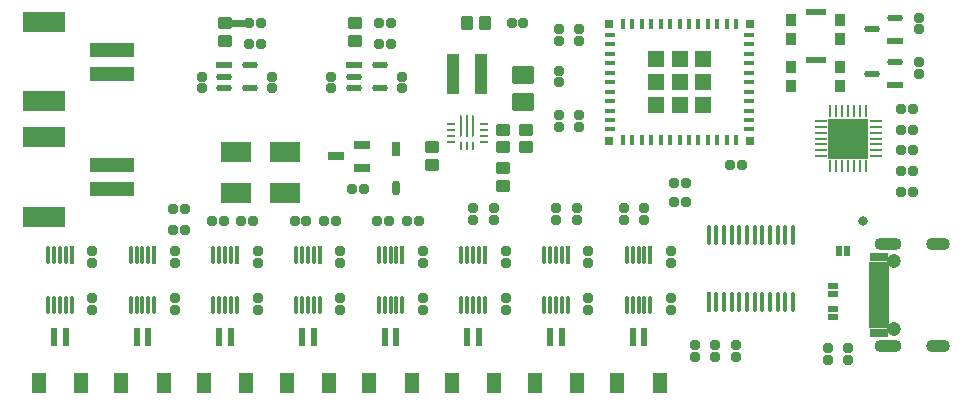
<source format=gts>
G04*
G04 #@! TF.GenerationSoftware,Altium Limited,Altium Designer,25.5.2 (35)*
G04*
G04 Layer_Color=8388736*
%FSLAX44Y44*%
%MOMM*%
G71*
G04*
G04 #@! TF.SameCoordinates,E2347265-D20F-491F-8A9E-089D316F0C9A*
G04*
G04*
G04 #@! TF.FilePolarity,Negative*
G04*
G01*
G75*
%ADD23R,1.4478X1.4478*%
%ADD24R,0.7112X0.7112*%
%ADD25R,0.4064X0.8128*%
%ADD26R,0.8128X0.4064*%
G04:AMPARAMS|DCode=27|XSize=0.2425mm|YSize=1.0311mm|CornerRadius=0.1212mm|HoleSize=0mm|Usage=FLASHONLY|Rotation=90.000|XOffset=0mm|YOffset=0mm|HoleType=Round|Shape=RoundedRectangle|*
%AMROUNDEDRECTD27*
21,1,0.2425,0.7886,0,0,90.0*
21,1,0.0000,1.0311,0,0,90.0*
1,1,0.2425,0.3943,0.0000*
1,1,0.2425,0.3943,0.0000*
1,1,0.2425,-0.3943,0.0000*
1,1,0.2425,-0.3943,0.0000*
%
%ADD27ROUNDEDRECTD27*%
G04:AMPARAMS|DCode=28|XSize=1.0311mm|YSize=0.2425mm|CornerRadius=0.1212mm|HoleSize=0mm|Usage=FLASHONLY|Rotation=90.000|XOffset=0mm|YOffset=0mm|HoleType=Round|Shape=RoundedRectangle|*
%AMROUNDEDRECTD28*
21,1,1.0311,0.0000,0,0,90.0*
21,1,0.7886,0.2425,0,0,90.0*
1,1,0.2425,0.0000,0.3943*
1,1,0.2425,0.0000,-0.3943*
1,1,0.2425,0.0000,-0.3943*
1,1,0.2425,0.0000,0.3943*
%
%ADD28ROUNDEDRECTD28*%
%ADD29R,0.2425X1.0311*%
%ADD32R,0.6000X1.5500*%
%ADD33R,1.2000X1.8000*%
%ADD34R,0.9800X3.4000*%
%ADD35R,1.3383X0.5780*%
G04:AMPARAMS|DCode=36|XSize=1.3383mm|YSize=0.578mm|CornerRadius=0.289mm|HoleSize=0mm|Usage=FLASHONLY|Rotation=0.000|XOffset=0mm|YOffset=0mm|HoleType=Round|Shape=RoundedRectangle|*
%AMROUNDEDRECTD36*
21,1,1.3383,0.0000,0,0,0.0*
21,1,0.7603,0.5780,0,0,0.0*
1,1,0.5780,0.3802,0.0000*
1,1,0.5780,-0.3802,0.0000*
1,1,0.5780,-0.3802,0.0000*
1,1,0.5780,0.3802,0.0000*
%
%ADD36ROUNDEDRECTD36*%
G04:AMPARAMS|DCode=37|XSize=1.3571mm|YSize=0.5721mm|CornerRadius=0.2861mm|HoleSize=0mm|Usage=FLASHONLY|Rotation=180.000|XOffset=0mm|YOffset=0mm|HoleType=Round|Shape=RoundedRectangle|*
%AMROUNDEDRECTD37*
21,1,1.3571,0.0000,0,0,180.0*
21,1,0.7850,0.5721,0,0,180.0*
1,1,0.5721,-0.3925,0.0000*
1,1,0.5721,0.3925,0.0000*
1,1,0.5721,0.3925,0.0000*
1,1,0.5721,-0.3925,0.0000*
%
%ADD37ROUNDEDRECTD37*%
%ADD38R,1.3571X0.5721*%
%ADD39R,0.9000X1.0000*%
%ADD40R,1.7000X0.5500*%
%ADD41R,0.3500X1.5565*%
G04:AMPARAMS|DCode=42|XSize=1.5565mm|YSize=0.35mm|CornerRadius=0.175mm|HoleSize=0mm|Usage=FLASHONLY|Rotation=270.000|XOffset=0mm|YOffset=0mm|HoleType=Round|Shape=RoundedRectangle|*
%AMROUNDEDRECTD42*
21,1,1.5565,0.0000,0,0,270.0*
21,1,1.2065,0.3500,0,0,270.0*
1,1,0.3500,0.0000,-0.6033*
1,1,0.3500,0.0000,0.6033*
1,1,0.3500,0.0000,0.6033*
1,1,0.3500,0.0000,-0.6033*
%
%ADD42ROUNDEDRECTD42*%
%ADD44R,0.3808X1.6554*%
G04:AMPARAMS|DCode=45|XSize=1.6554mm|YSize=0.3808mm|CornerRadius=0.1904mm|HoleSize=0mm|Usage=FLASHONLY|Rotation=90.000|XOffset=0mm|YOffset=0mm|HoleType=Round|Shape=RoundedRectangle|*
%AMROUNDEDRECTD45*
21,1,1.6554,0.0000,0,0,90.0*
21,1,1.2747,0.3808,0,0,90.0*
1,1,0.3808,0.0000,0.6373*
1,1,0.3808,0.0000,-0.6373*
1,1,0.3808,0.0000,-0.6373*
1,1,0.3808,0.0000,0.6373*
%
%ADD45ROUNDEDRECTD45*%
%ADD46R,0.7025X1.2575*%
G04:AMPARAMS|DCode=47|XSize=1.2575mm|YSize=0.7025mm|CornerRadius=0.3512mm|HoleSize=0mm|Usage=FLASHONLY|Rotation=270.000|XOffset=0mm|YOffset=0mm|HoleType=Round|Shape=RoundedRectangle|*
%AMROUNDEDRECTD47*
21,1,1.2575,0.0000,0,0,270.0*
21,1,0.5550,0.7025,0,0,270.0*
1,1,0.7025,0.0000,-0.2775*
1,1,0.7025,0.0000,0.2775*
1,1,0.7025,0.0000,0.2775*
1,1,0.7025,0.0000,-0.2775*
%
%ADD47ROUNDEDRECTD47*%
G04:AMPARAMS|DCode=48|XSize=0.24mm|YSize=0.6mm|CornerRadius=0.0504mm|HoleSize=0mm|Usage=FLASHONLY|Rotation=270.000|XOffset=0mm|YOffset=0mm|HoleType=Round|Shape=RoundedRectangle|*
%AMROUNDEDRECTD48*
21,1,0.2400,0.4992,0,0,270.0*
21,1,0.1392,0.6000,0,0,270.0*
1,1,0.1008,-0.2496,-0.0696*
1,1,0.1008,-0.2496,0.0696*
1,1,0.1008,0.2496,0.0696*
1,1,0.1008,0.2496,-0.0696*
%
%ADD48ROUNDEDRECTD48*%
G04:AMPARAMS|DCode=49|XSize=0.6mm|YSize=0.24mm|CornerRadius=0.0504mm|HoleSize=0mm|Usage=FLASHONLY|Rotation=270.000|XOffset=0mm|YOffset=0mm|HoleType=Round|Shape=RoundedRectangle|*
%AMROUNDEDRECTD49*
21,1,0.6000,0.1392,0,0,270.0*
21,1,0.4992,0.2400,0,0,270.0*
1,1,0.1008,-0.0696,-0.2496*
1,1,0.1008,-0.0696,0.2496*
1,1,0.1008,0.0696,0.2496*
1,1,0.1008,0.0696,-0.2496*
%
%ADD49ROUNDEDRECTD49*%
%ADD50R,2.6000X1.7000*%
G04:AMPARAMS|DCode=54|XSize=0.8032mm|YSize=0.9032mm|CornerRadius=0.1766mm|HoleSize=0mm|Usage=FLASHONLY|Rotation=180.000|XOffset=0mm|YOffset=0mm|HoleType=Round|Shape=RoundedRectangle|*
%AMROUNDEDRECTD54*
21,1,0.8032,0.5500,0,0,180.0*
21,1,0.4500,0.9032,0,0,180.0*
1,1,0.3532,-0.2250,0.2750*
1,1,0.3532,0.2250,0.2750*
1,1,0.3532,0.2250,-0.2750*
1,1,0.3532,-0.2250,-0.2750*
%
%ADD54ROUNDEDRECTD54*%
G04:AMPARAMS|DCode=55|XSize=1.0032mm|YSize=1.2032mm|CornerRadius=0.2016mm|HoleSize=0mm|Usage=FLASHONLY|Rotation=90.000|XOffset=0mm|YOffset=0mm|HoleType=Round|Shape=RoundedRectangle|*
%AMROUNDEDRECTD55*
21,1,1.0032,0.8000,0,0,90.0*
21,1,0.6000,1.2032,0,0,90.0*
1,1,0.4032,0.4000,0.3000*
1,1,0.4032,0.4000,-0.3000*
1,1,0.4032,-0.4000,-0.3000*
1,1,0.4032,-0.4000,0.3000*
%
%ADD55ROUNDEDRECTD55*%
G04:AMPARAMS|DCode=56|XSize=0.8032mm|YSize=0.9032mm|CornerRadius=0.1766mm|HoleSize=0mm|Usage=FLASHONLY|Rotation=90.000|XOffset=0mm|YOffset=0mm|HoleType=Round|Shape=RoundedRectangle|*
%AMROUNDEDRECTD56*
21,1,0.8032,0.5500,0,0,90.0*
21,1,0.4500,0.9032,0,0,90.0*
1,1,0.3532,0.2750,0.2250*
1,1,0.3532,0.2750,-0.2250*
1,1,0.3532,-0.2750,-0.2250*
1,1,0.3532,-0.2750,0.2250*
%
%ADD56ROUNDEDRECTD56*%
%ADD57R,1.7800X0.8800*%
%ADD58R,1.6400X0.7400*%
%ADD59R,1.7800X0.5800*%
%ADD60R,0.8532X0.6032*%
%ADD61R,3.3500X3.3500*%
%ADD62R,3.7032X1.2032*%
%ADD63R,3.6032X1.7032*%
%ADD64R,1.3532X0.8032*%
G04:AMPARAMS|DCode=65|XSize=1.79mm|YSize=0.22mm|CornerRadius=0.0495mm|HoleSize=0mm|Usage=FLASHONLY|Rotation=270.000|XOffset=0mm|YOffset=0mm|HoleType=Round|Shape=RoundedRectangle|*
%AMROUNDEDRECTD65*
21,1,1.7900,0.1210,0,0,270.0*
21,1,1.6910,0.2200,0,0,270.0*
1,1,0.0990,-0.0605,-0.8455*
1,1,0.0990,-0.0605,0.8455*
1,1,0.0990,0.0605,0.8455*
1,1,0.0990,0.0605,-0.8455*
%
%ADD65ROUNDEDRECTD65*%
G04:AMPARAMS|DCode=66|XSize=1.79mm|YSize=0.24mm|CornerRadius=0.0504mm|HoleSize=0mm|Usage=FLASHONLY|Rotation=270.000|XOffset=0mm|YOffset=0mm|HoleType=Round|Shape=RoundedRectangle|*
%AMROUNDEDRECTD66*
21,1,1.7900,0.1392,0,0,270.0*
21,1,1.6892,0.2400,0,0,270.0*
1,1,0.1008,-0.0696,-0.8446*
1,1,0.1008,-0.0696,0.8446*
1,1,0.1008,0.0696,0.8446*
1,1,0.1008,0.0696,-0.8446*
%
%ADD66ROUNDEDRECTD66*%
G04:AMPARAMS|DCode=67|XSize=1.0032mm|YSize=1.2032mm|CornerRadius=0.2016mm|HoleSize=0mm|Usage=FLASHONLY|Rotation=0.000|XOffset=0mm|YOffset=0mm|HoleType=Round|Shape=RoundedRectangle|*
%AMROUNDEDRECTD67*
21,1,1.0032,0.8000,0,0,0.0*
21,1,0.6000,1.2032,0,0,0.0*
1,1,0.4032,0.3000,-0.4000*
1,1,0.4032,-0.3000,-0.4000*
1,1,0.4032,-0.3000,0.4000*
1,1,0.4032,0.3000,0.4000*
%
%ADD67ROUNDEDRECTD67*%
%ADD68R,0.6032X0.8532*%
G04:AMPARAMS|DCode=69|XSize=1.6032mm|YSize=1.9032mm|CornerRadius=0.2766mm|HoleSize=0mm|Usage=FLASHONLY|Rotation=270.000|XOffset=0mm|YOffset=0mm|HoleType=Round|Shape=RoundedRectangle|*
%AMROUNDEDRECTD69*
21,1,1.6032,1.3500,0,0,270.0*
21,1,1.0500,1.9032,0,0,270.0*
1,1,0.5532,-0.6750,-0.5250*
1,1,0.5532,-0.6750,0.5250*
1,1,0.5532,0.6750,0.5250*
1,1,0.5532,0.6750,-0.5250*
%
%ADD69ROUNDEDRECTD69*%
%ADD70C,0.6000*%
%ADD71C,1.2000*%
%ADD72O,2.3000X1.1000*%
%ADD73O,2.0000X1.1000*%
%ADD74C,0.8032*%
D23*
X594750Y320000D02*
D03*
X614500D02*
D03*
Y300250D02*
D03*
Y280500D02*
D03*
X594750D02*
D03*
X575000D02*
D03*
Y300250D02*
D03*
Y320000D02*
D03*
X594750Y300250D02*
D03*
D24*
X535250Y349750D02*
D03*
Y250751D02*
D03*
X654250Y250750D02*
D03*
Y349750D02*
D03*
D25*
X546750Y349250D02*
D03*
X554750D02*
D03*
X562750D02*
D03*
X570750D02*
D03*
X578750D02*
D03*
X586750D02*
D03*
X594750D02*
D03*
X602750D02*
D03*
X610750D02*
D03*
X618750D02*
D03*
X626750D02*
D03*
X634750D02*
D03*
X642750D02*
D03*
X642750Y251250D02*
D03*
X634750D02*
D03*
X626750D02*
D03*
X618750D02*
D03*
X610750D02*
D03*
X602750D02*
D03*
X594750D02*
D03*
X586750D02*
D03*
X578750D02*
D03*
X570750D02*
D03*
X562750D02*
D03*
X554750D02*
D03*
X546750D02*
D03*
D26*
X653750Y340250D02*
D03*
Y332250D02*
D03*
Y324250D02*
D03*
Y316250D02*
D03*
Y308250D02*
D03*
Y300250D02*
D03*
Y292250D02*
D03*
Y284250D02*
D03*
Y276250D02*
D03*
Y268250D02*
D03*
Y260250D02*
D03*
X535750D02*
D03*
Y268250D02*
D03*
Y276250D02*
D03*
Y284250D02*
D03*
Y292250D02*
D03*
Y300250D02*
D03*
Y308250D02*
D03*
Y316250D02*
D03*
Y324250D02*
D03*
Y332250D02*
D03*
Y340250D02*
D03*
D27*
X714095Y237500D02*
D03*
Y242500D02*
D03*
Y247500D02*
D03*
Y252500D02*
D03*
Y257500D02*
D03*
Y262500D02*
D03*
Y267500D02*
D03*
X760905D02*
D03*
Y262500D02*
D03*
Y257500D02*
D03*
Y252500D02*
D03*
Y247500D02*
D03*
Y242500D02*
D03*
Y237500D02*
D03*
D28*
X722500Y275905D02*
D03*
X727500D02*
D03*
X732500D02*
D03*
X737500D02*
D03*
X742500D02*
D03*
X747500D02*
D03*
X752500D02*
D03*
Y229095D02*
D03*
X747500D02*
D03*
X742500D02*
D03*
X737500D02*
D03*
X732500D02*
D03*
X727500D02*
D03*
D29*
X722500D02*
D03*
D32*
X75000Y84500D02*
D03*
X65000D02*
D03*
X145000D02*
D03*
X135000D02*
D03*
X215000D02*
D03*
X205000D02*
D03*
X285000D02*
D03*
X275000D02*
D03*
X355000D02*
D03*
X345000D02*
D03*
X425000D02*
D03*
X415000D02*
D03*
X495000D02*
D03*
X485000D02*
D03*
X565000D02*
D03*
X555000D02*
D03*
D33*
X88000Y45750D02*
D03*
X52000D02*
D03*
X158000D02*
D03*
X122000D02*
D03*
X228000D02*
D03*
X192000D02*
D03*
X298000D02*
D03*
X262000D02*
D03*
X368000D02*
D03*
X332000D02*
D03*
X438000D02*
D03*
X402000D02*
D03*
X508000D02*
D03*
X472000D02*
D03*
X578000D02*
D03*
X542000D02*
D03*
D34*
X426850Y307500D02*
D03*
X403150D02*
D03*
D35*
X208838Y314500D02*
D03*
X318838D02*
D03*
D36*
X208838Y305000D02*
D03*
Y295500D02*
D03*
X231162D02*
D03*
Y314500D02*
D03*
X318838Y305000D02*
D03*
Y295500D02*
D03*
X341162D02*
D03*
Y314500D02*
D03*
D37*
X757995Y345000D02*
D03*
X777005Y354500D02*
D03*
X757995Y307500D02*
D03*
X777005Y317000D02*
D03*
D38*
Y335500D02*
D03*
Y298000D02*
D03*
D39*
X689500Y313000D02*
D03*
X730500D02*
D03*
X689500Y297000D02*
D03*
X730500D02*
D03*
X689500Y353000D02*
D03*
X730500D02*
D03*
X689500Y337000D02*
D03*
X730500D02*
D03*
D40*
X710000Y319250D02*
D03*
Y359250D02*
D03*
D41*
X80000Y153509D02*
D03*
X150000D02*
D03*
X220000D02*
D03*
X290000D02*
D03*
X430000D02*
D03*
X570000D02*
D03*
X500000D02*
D03*
X360000D02*
D03*
D42*
X75000D02*
D03*
X70000D02*
D03*
X65000D02*
D03*
X60000D02*
D03*
Y111491D02*
D03*
X65000D02*
D03*
X70000D02*
D03*
X75000D02*
D03*
X80000D02*
D03*
X145000Y153509D02*
D03*
X140000D02*
D03*
X135000D02*
D03*
X130000D02*
D03*
Y111491D02*
D03*
X135000D02*
D03*
X140000D02*
D03*
X145000D02*
D03*
X150000D02*
D03*
X215000Y153509D02*
D03*
X210000D02*
D03*
X205000D02*
D03*
X200000D02*
D03*
Y111491D02*
D03*
X205000D02*
D03*
X210000D02*
D03*
X215000D02*
D03*
X220000D02*
D03*
X285000Y153509D02*
D03*
X280000D02*
D03*
X275000D02*
D03*
X270000D02*
D03*
Y111491D02*
D03*
X275000D02*
D03*
X280000D02*
D03*
X285000D02*
D03*
X290000D02*
D03*
X425000Y153509D02*
D03*
X420000D02*
D03*
X415000D02*
D03*
X410000D02*
D03*
Y111491D02*
D03*
X415000D02*
D03*
X420000D02*
D03*
X425000D02*
D03*
X430000D02*
D03*
X565000Y153509D02*
D03*
X560000D02*
D03*
X555000D02*
D03*
X550000D02*
D03*
Y111491D02*
D03*
X555000D02*
D03*
X560000D02*
D03*
X565000D02*
D03*
X570000D02*
D03*
X495000Y153509D02*
D03*
X490000D02*
D03*
X485000D02*
D03*
X480000D02*
D03*
Y111491D02*
D03*
X485000D02*
D03*
X490000D02*
D03*
X495000D02*
D03*
X500000D02*
D03*
X355000Y153509D02*
D03*
X350000D02*
D03*
X345000D02*
D03*
X340000D02*
D03*
Y111491D02*
D03*
X345000D02*
D03*
X350000D02*
D03*
X355000D02*
D03*
X360000D02*
D03*
D44*
X619250Y114246D02*
D03*
D45*
X625750D02*
D03*
X632250D02*
D03*
X638750D02*
D03*
X645250D02*
D03*
X651750D02*
D03*
X658250D02*
D03*
X664750D02*
D03*
X671250D02*
D03*
X677750D02*
D03*
X684250D02*
D03*
X690750D02*
D03*
Y170754D02*
D03*
X684250D02*
D03*
X677750D02*
D03*
X671250D02*
D03*
X664750D02*
D03*
X658250D02*
D03*
X651750D02*
D03*
X645250D02*
D03*
X638750D02*
D03*
X632250D02*
D03*
X625750D02*
D03*
X619250D02*
D03*
D46*
X355000Y244004D02*
D03*
D47*
Y210996D02*
D03*
D48*
X401000Y265000D02*
D03*
Y260000D02*
D03*
Y255000D02*
D03*
Y250000D02*
D03*
X429000D02*
D03*
Y255000D02*
D03*
Y260000D02*
D03*
Y265000D02*
D03*
D49*
X410000Y246000D02*
D03*
X415000D02*
D03*
X420000D02*
D03*
D50*
X219500Y206000D02*
D03*
X260500D02*
D03*
X219500Y241000D02*
D03*
X260500D02*
D03*
D54*
X240000Y350000D02*
D03*
X230000D02*
D03*
X176250Y192500D02*
D03*
X166250D02*
D03*
X792500Y277500D02*
D03*
X782500D02*
D03*
X792500Y242500D02*
D03*
X782500D02*
D03*
X782500Y260000D02*
D03*
X792500D02*
D03*
X176250Y175000D02*
D03*
X166250D02*
D03*
X233750Y182500D02*
D03*
X223750D02*
D03*
X198750Y182500D02*
D03*
X208750D02*
D03*
X303750Y182500D02*
D03*
X293750D02*
D03*
X268750Y182500D02*
D03*
X278750D02*
D03*
X373750Y182500D02*
D03*
X363750D02*
D03*
X338750Y182500D02*
D03*
X348750D02*
D03*
X647500Y230000D02*
D03*
X637500D02*
D03*
X590000Y215000D02*
D03*
X600000D02*
D03*
X590000Y199000D02*
D03*
X600000D02*
D03*
X462500Y350000D02*
D03*
X452500D02*
D03*
X340000Y350000D02*
D03*
X350000D02*
D03*
X350000Y332500D02*
D03*
X340000D02*
D03*
X240000Y332500D02*
D03*
X230000D02*
D03*
X327500Y210000D02*
D03*
X317500D02*
D03*
X782500Y207500D02*
D03*
X792500D02*
D03*
X782500Y225000D02*
D03*
X792500D02*
D03*
D55*
X210000Y350000D02*
D03*
Y335000D02*
D03*
X320000D02*
D03*
Y350000D02*
D03*
X445000Y260000D02*
D03*
Y245000D02*
D03*
Y227500D02*
D03*
Y212500D02*
D03*
X385000Y245000D02*
D03*
Y230000D02*
D03*
X465000Y260000D02*
D03*
Y245000D02*
D03*
D56*
X565000Y193750D02*
D03*
Y183750D02*
D03*
X492500Y262500D02*
D03*
Y272500D02*
D03*
X642500Y67500D02*
D03*
Y77500D02*
D03*
X625000Y67500D02*
D03*
Y77500D02*
D03*
X437500Y193750D02*
D03*
Y183750D02*
D03*
X420000Y193750D02*
D03*
Y183750D02*
D03*
X507500Y193750D02*
D03*
Y183750D02*
D03*
X490000Y193750D02*
D03*
Y183750D02*
D03*
X547500Y193750D02*
D03*
Y183750D02*
D03*
X797500Y317500D02*
D03*
Y307500D02*
D03*
X607500Y67500D02*
D03*
Y77500D02*
D03*
X797500Y355000D02*
D03*
Y345000D02*
D03*
X492500Y310000D02*
D03*
Y300000D02*
D03*
X720000Y75000D02*
D03*
Y65000D02*
D03*
X737500Y75000D02*
D03*
Y65000D02*
D03*
X510000Y272500D02*
D03*
Y262500D02*
D03*
X492500Y335000D02*
D03*
Y345000D02*
D03*
X510000Y335000D02*
D03*
Y345000D02*
D03*
X97500Y107500D02*
D03*
Y117500D02*
D03*
Y157500D02*
D03*
Y147500D02*
D03*
X167500Y107500D02*
D03*
Y117500D02*
D03*
Y157500D02*
D03*
Y147500D02*
D03*
X237500Y107500D02*
D03*
Y117500D02*
D03*
Y157500D02*
D03*
Y147500D02*
D03*
X307500Y107500D02*
D03*
Y117500D02*
D03*
Y157500D02*
D03*
Y147500D02*
D03*
X300000Y305000D02*
D03*
Y295000D02*
D03*
X190000Y305000D02*
D03*
Y295000D02*
D03*
X360000Y305000D02*
D03*
Y295000D02*
D03*
X250000Y305000D02*
D03*
Y295000D02*
D03*
X377500Y107500D02*
D03*
Y117500D02*
D03*
X377500Y157500D02*
D03*
Y147500D02*
D03*
X447500Y107500D02*
D03*
Y117500D02*
D03*
Y157500D02*
D03*
Y147500D02*
D03*
X517500Y107500D02*
D03*
Y117500D02*
D03*
Y157500D02*
D03*
Y147500D02*
D03*
X587500Y107259D02*
D03*
Y117259D02*
D03*
Y157259D02*
D03*
Y147259D02*
D03*
D57*
X764000Y96000D02*
D03*
Y144000D02*
D03*
D58*
Y88000D02*
D03*
Y152000D02*
D03*
D59*
Y102500D02*
D03*
Y107500D02*
D03*
Y112500D02*
D03*
Y137500D02*
D03*
Y132500D02*
D03*
Y127500D02*
D03*
Y122500D02*
D03*
Y117500D02*
D03*
D60*
X725000Y127500D02*
D03*
Y120500D02*
D03*
Y101500D02*
D03*
Y108500D02*
D03*
D61*
X737500Y252500D02*
D03*
D62*
X114500Y230000D02*
D03*
Y210000D02*
D03*
Y327500D02*
D03*
Y307500D02*
D03*
D63*
X57000Y253500D02*
D03*
Y186500D02*
D03*
Y351000D02*
D03*
Y284000D02*
D03*
D64*
X304000Y237500D02*
D03*
X326000Y247100D02*
D03*
Y227900D02*
D03*
D65*
X419900Y263050D02*
D03*
X410100D02*
D03*
D66*
X415000D02*
D03*
D67*
X415000Y350000D02*
D03*
X430000D02*
D03*
D68*
X736500Y157500D02*
D03*
X729500D02*
D03*
D69*
X462500Y306430D02*
D03*
Y283570D02*
D03*
D70*
X210000Y350000D02*
X230000D01*
D71*
X776500Y149000D02*
D03*
Y91000D02*
D03*
D72*
X771500Y76750D02*
D03*
Y163250D02*
D03*
D73*
X813500D02*
D03*
Y76750D02*
D03*
D74*
X750000Y183000D02*
D03*
X730000Y245000D02*
D03*
X745000D02*
D03*
Y260000D02*
D03*
X730000D02*
D03*
M02*

</source>
